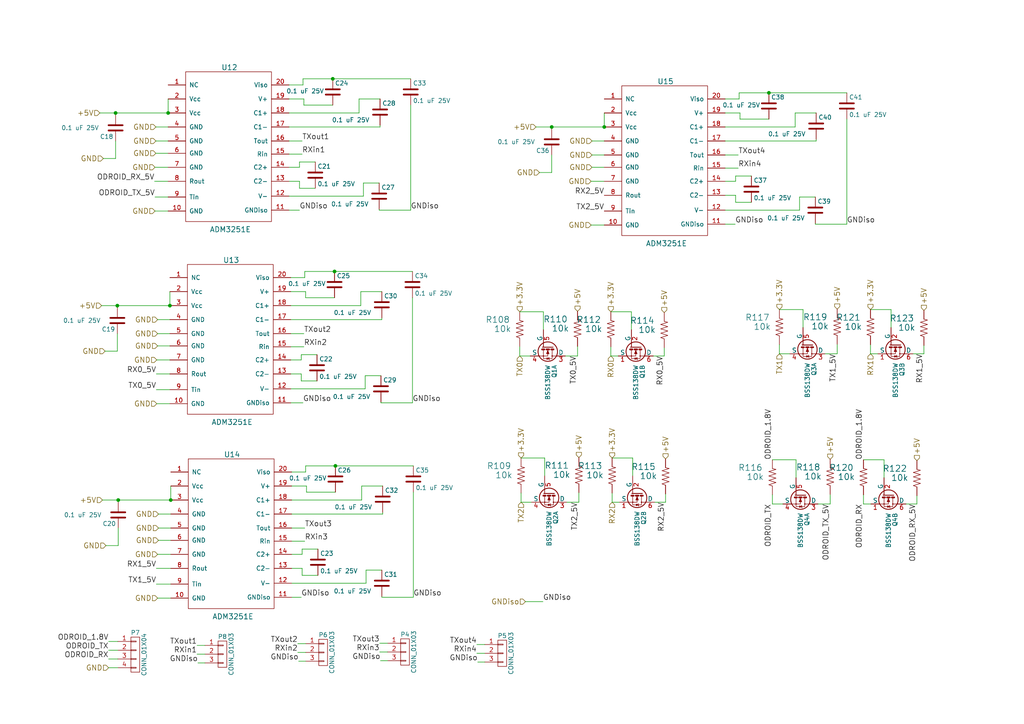
<source format=kicad_sch>
(kicad_sch (version 20230121) (generator eeschema)
  (paper "A4")
  (lib_symbols
    (symbol "SPCInterfaceBoard-v01-rescue:ADM3251E" (pin_names (offset 1.016))
      (property "Reference" "U" (at 0 22.86 0))
      (property "Value" "ADM3251E" (at 0.254 -24.13 0))
      (symbol "ADM3251E_0_1"
        (rectangle (start -12.7 21.59) (end 12.192 -21.844))
      )
      (symbol "ADM3251E_1_1"
        (pin input line (at -17.78 17.78 0) (length 5.08) (name "NC") (number "1"))
        (pin input line (at -17.78 -18.796 0) (length 5.08) (name "GND") (number "10"))
        (pin input line (at 17.272 -18.542 180) (length 5.08) (name "GNDiso") (number "11"))
        (pin input line (at 17.272 -14.478 180) (length 5.08) (name "V-") (number "12"))
        (pin input line (at 17.272 -10.16 180) (length 5.08) (name "C2-") (number "13"))
        (pin input line (at 17.272 -6.096 180) (length 5.08) (name "C2+") (number "14"))
        (pin input line (at 17.272 -2.286 180) (length 5.08) (name "Rin") (number "15"))
        (pin input line (at 17.272 1.524 180) (length 5.08) (name "Tout") (number "16"))
        (pin input line (at 17.272 5.588 180) (length 5.08) (name "C1-") (number "17"))
        (pin input line (at 17.272 9.652 180) (length 5.08) (name "C1+") (number "18"))
        (pin input line (at 17.272 13.716 180) (length 5.08) (name "V+") (number "19"))
        (pin input line (at -17.78 13.716 0) (length 5.08) (name "Vcc") (number "2"))
        (pin input line (at 17.272 17.78 180) (length 5.08) (name "Viso") (number "20"))
        (pin input line (at -17.78 9.652 0) (length 5.08) (name "Vcc") (number "3"))
        (pin input line (at -17.78 5.588 0) (length 5.08) (name "GND") (number "4"))
        (pin input line (at -17.78 1.524 0) (length 5.08) (name "GND") (number "5"))
        (pin input line (at -17.78 -2.032 0) (length 5.08) (name "GND") (number "6"))
        (pin input line (at -17.78 -6.096 0) (length 5.08) (name "GND") (number "7"))
        (pin input line (at -17.78 -10.16 0) (length 5.08) (name "Rout") (number "8"))
        (pin input line (at -17.78 -14.732 0) (length 5.08) (name "Tin") (number "9"))
      )
    )
    (symbol "SPCInterfaceBoard-v01-rescue:BSS138DW" (pin_names (offset 0))
      (property "Reference" "Q" (at 5.08 1.905 0))
      (property "Value" "BSS138DW" (at 5.08 0 0))
      (property "Footprint" "SOT-23" (at 5.08 -1.905 0))
      (property "Datasheet" "http://www.fairchildsemi.com/ds/BS/BSS138.pdf" (at 0 0 0))
      (symbol "BSS138DW_0_1"
        (polyline (pts (xy 0.635 -1.016) (xy 0.635 -1.651)) (stroke (width 0.508)))
        (polyline (pts (xy 0.635 0.381) (xy 0.635 -0.381)) (stroke (width 0.508)))
        (polyline (pts (xy 0.635 1.651) (xy 0.635 1.016)) (stroke (width 0.508)))
        (polyline (pts (xy 3.048 0.381) (xy 2.921 0.254)))
        (polyline (pts (xy 3.048 0.381) (xy 3.556 0.381)))
        (polyline (pts (xy 3.556 0.381) (xy 3.683 0.508)))
        (polyline (pts (xy 0 1.524) (xy 0 -1.524) (xy 0 -1.524)) (stroke (width 0.254)))
        (polyline (pts (xy 0.762 -1.27) (xy 2.54 -1.27) (xy 2.54 -2.54) (xy 2.54 -2.54)))
        (polyline (pts (xy 0.762 1.27) (xy 2.54 1.27) (xy 2.54 2.54) (xy 2.54 2.54)))
        (polyline (pts (xy 2.54 1.27) (xy 3.302 1.27) (xy 3.302 -1.27) (xy 2.54 -1.27)))
        (polyline (pts (xy 3.302 0.381) (xy 3.048 -0.254) (xy 3.556 -0.254) (xy 3.302 0.381)) (fill (type outline)))
        (polyline (pts (xy 0.762 0) (xy 1.27 0) (xy 2.54 0) (xy 2.54 -1.27) (xy 2.54 -1.27)))
        (polyline (pts (xy 0.889 0) (xy 1.905 0.381) (xy 1.905 -0.381) (xy 0.889 0) (xy 1.016 0) (xy 1.016 0)) (fill (type outline)))
        (circle (center 1.27 0) (radius 2.8194) (stroke (width 0.254)))
        (circle (center 2.54 -1.27) (radius 0.127))
        (circle (center 2.54 1.27) (radius 0.127))
      )
      (symbol "BSS138DW_1_1"
        (pin passive line (at 2.54 5.08 270) (length 2.54) (name "D") (number "3"))
        (pin passive line (at 2.54 -5.08 90) (length 2.54) (name "S") (number "4"))
        (pin passive line (at -5.08 -1.27 0) (length 5.08) (name "G") (number "5"))
      )
      (symbol "BSS138DW_2_1"
        (pin passive line (at 2.54 -5.08 90) (length 2.54) (name "S") (number "1"))
        (pin passive line (at -5.08 -1.27 0) (length 5.08) (name "G") (number "2"))
        (pin passive line (at 2.54 5.08 270) (length 2.54) (name "D") (number "6"))
      )
    )
    (symbol "SPCInterfaceBoard-v01-rescue:C" (pin_numbers hide) (pin_names (offset 0.254))
      (property "Reference" "C" (at 0.635 2.54 0))
      (property "Value" "C" (at 0.635 -2.54 0))
      (symbol "C_0_1"
        (polyline (pts (xy -2.032 -0.762) (xy 2.032 -0.762)) (stroke (width 0.508)))
        (polyline (pts (xy -2.032 0.762) (xy 2.032 0.762)) (stroke (width 0.508)))
      )
      (symbol "C_1_1"
        (pin passive line (at 0 3.81 270) (length 2.794) (name "~") (number "1"))
        (pin passive line (at 0 -3.81 90) (length 2.794) (name "~") (number "2"))
      )
    )
    (symbol "SPCInterfaceBoard-v01-rescue:CONN_01X03" (pin_names (offset 1.016) hide)
      (property "Reference" "P" (at 0 5.08 0))
      (property "Value" "CONN_01X03" (at 2.54 0 90))
      (symbol "CONN_01X03_0_1"
        (rectangle (start -1.27 -2.413) (end 0.254 -2.667))
        (rectangle (start -1.27 0.127) (end 0.254 -0.127))
        (rectangle (start -1.27 2.667) (end 0.254 2.413))
        (rectangle (start -1.27 3.81) (end 1.27 -3.81))
      )
      (symbol "CONN_01X03_1_1"
        (pin passive line (at -5.08 2.54 0) (length 3.81) (name "P1") (number "1"))
        (pin passive line (at -5.08 0 0) (length 3.81) (name "P2") (number "2"))
        (pin passive line (at -5.08 -2.54 0) (length 3.81) (name "P3") (number "3"))
      )
    )
    (symbol "SPCInterfaceBoard-v01-rescue:CONN_01X04" (pin_names (offset 1.016) hide)
      (property "Reference" "P" (at 0 6.35 0))
      (property "Value" "CONN_01X04" (at 2.54 0 90))
      (symbol "CONN_01X04_0_1"
        (rectangle (start -1.27 -3.683) (end 0.254 -3.937))
        (rectangle (start -1.27 -1.143) (end 0.254 -1.397))
        (rectangle (start -1.27 1.397) (end 0.254 1.143))
        (rectangle (start -1.27 3.937) (end 0.254 3.683))
        (rectangle (start -1.27 5.08) (end 1.27 -5.08))
      )
      (symbol "CONN_01X04_1_1"
        (pin passive line (at -5.08 3.81 0) (length 3.81) (name "P1") (number "1"))
        (pin passive line (at -5.08 1.27 0) (length 3.81) (name "P2") (number "2"))
        (pin passive line (at -5.08 -1.27 0) (length 3.81) (name "P3") (number "3"))
        (pin passive line (at -5.08 -3.81 0) (length 3.81) (name "P4") (number "4"))
      )
    )
    (symbol "SPCInterfaceBoard-v01-rescue:RESISTOR0805-RES_0805" (pin_names (offset 2.54))
      (property "Reference" "R" (at -3.81 1.4986 0))
      (property "Value" "RESISTOR0805-RES_0805" (at -3.81 -3.302 0))
      (symbol "RESISTOR0805-RES_0805_0_0"
        (polyline (pts (xy -2.54 0) (xy -2.159 1.016)) (stroke (width 0.1524)))
        (polyline (pts (xy -2.159 1.016) (xy -1.524 -1.016)) (stroke (width 0.1524)))
        (polyline (pts (xy -1.524 -1.016) (xy -0.889 1.016)) (stroke (width 0.1524)))
        (polyline (pts (xy -0.889 1.016) (xy -0.254 -1.016)) (stroke (width 0.1524)))
        (polyline (pts (xy -0.254 -1.016) (xy 0.381 1.016)) (stroke (width 0.1524)))
        (polyline (pts (xy 0.381 1.016) (xy 1.016 -1.016)) (stroke (width 0.1524)))
        (polyline (pts (xy 1.016 -1.016) (xy 1.651 1.016)) (stroke (width 0.1524)))
        (polyline (pts (xy 1.651 1.016) (xy 2.286 -1.016)) (stroke (width 0.1524)))
        (polyline (pts (xy 2.286 -1.016) (xy 2.54 0)) (stroke (width 0.1524)))
        (pin passive line (at -5.08 0 0) (length 2.54) (name "1") (number "1"))
        (pin passive line (at 5.08 0 180) (length 2.54) (name "2") (number "2"))
      )
    )
  )
  (junction (at 34.036 88.646))
  (junction (at 97.282 135.128))
  (junction (at 33.528 32.766))
  (junction (at 160.02 36.83))
  (junction (at 34.29 145.034))
  (junction (at 48.768 32.766))
  (junction (at 49.276 88.646))
  (junction (at 96.52 22.86))
  (junction (at 223.012 26.924))
  (junction (at 49.53 145.034))
  (junction (at 175.26 36.83))
  (junction (at 97.028 78.74))
  (wire (pts (xy 192.659 103.251) (xy 192.659 100.838)))
  (wire (pts (xy 110.744 84.582) (xy 104.648 84.582)))
  (wire (pts (xy 154.178 145.669) (xy 151.13 145.669)))
  (wire (pts (xy 96.52 30.48) (xy 88.138 30.48)))
  (wire (pts (xy 163.957 103.251) (xy 167.513 103.251)))
  (wire (pts (xy 84.328 92.71) (xy 110.744 92.71)))
  (wire (pts (xy 105.918 112.776) (xy 105.918 108.966)))
  (wire (pts (xy 252.476 102.616) (xy 252.476 99.949)))
  (wire (pts (xy 175.26 65.278) (xy 171.45 65.278)))
  (wire (pts (xy 34.29 145.034) (xy 34.29 145.542)))
  (wire (pts (xy 88.646 86.36) (xy 88.646 84.582)))
  (wire (pts (xy 230.632 36.83) (xy 210.312 36.83)))
  (wire (pts (xy 34.29 145.034) (xy 49.53 145.034)))
  (wire (pts (xy 88.646 84.582) (xy 84.328 84.582)))
  (wire (pts (xy 88.138 28.702) (xy 83.82 28.702)))
  (wire (pts (xy 160.02 36.83) (xy 175.26 36.83)))
  (wire (pts (xy 230.886 133.35) (xy 224.028 133.35)))
  (wire (pts (xy 189.865 145.669) (xy 193.04 145.669)))
  (wire (pts (xy 214.63 34.544) (xy 214.63 32.766)))
  (wire (pts (xy 258.445 94.996) (xy 258.445 89.789)))
  (wire (pts (xy 83.82 24.638) (xy 87.884 24.638)))
  (wire (pts (xy 213.36 51.054) (xy 217.932 51.054)))
  (wire (pts (xy 104.902 140.97) (xy 104.902 145.034)))
  (wire (pts (xy 57.15 187.198) (xy 59.436 187.198)))
  (wire (pts (xy 157.988 132.842) (xy 151.13 132.842)))
  (wire (pts (xy 236.728 32.766) (xy 230.632 32.766)))
  (wire (pts (xy 45.974 156.718) (xy 49.53 156.718)))
  (wire (pts (xy 210.312 40.894) (xy 236.728 40.894)))
  (wire (pts (xy 88.392 80.518) (xy 88.392 78.74)))
  (wire (pts (xy 87.884 24.638) (xy 87.884 22.86)))
  (wire (pts (xy 105.918 108.966) (xy 110.49 108.966)))
  (wire (pts (xy 57.404 192.278) (xy 59.436 192.278)))
  (wire (pts (xy 110.109 186.563) (xy 112.395 186.563)))
  (wire (pts (xy 84.582 173.228) (xy 87.376 173.228)))
  (wire (pts (xy 110.744 173.228) (xy 110.744 172.974)))
  (wire (pts (xy 97.028 78.74) (xy 119.634 78.74)))
  (wire (pts (xy 164.338 145.669) (xy 167.894 145.669)))
  (wire (pts (xy 57.15 189.738) (xy 59.436 189.738)))
  (wire (pts (xy 31.496 188.595) (xy 34.163 188.595)))
  (wire (pts (xy 87.63 159.258) (xy 92.202 159.258)))
  (wire (pts (xy 227.076 146.177) (xy 224.028 146.177)))
  (wire (pts (xy 262.763 146.177) (xy 265.938 146.177)))
  (wire (pts (xy 34.29 153.162) (xy 34.29 158.242)))
  (wire (pts (xy 110.998 140.97) (xy 104.902 140.97)))
  (wire (pts (xy 157.607 95.631) (xy 157.607 90.424)))
  (wire (pts (xy 152.4 174.498) (xy 157.48 174.498)))
  (wire (pts (xy 119.888 142.748) (xy 119.888 173.228)))
  (wire (pts (xy 138.557 192.024) (xy 140.589 192.024)))
  (wire (pts (xy 210.312 48.768) (xy 214.122 48.768)))
  (wire (pts (xy 87.884 22.86) (xy 96.52 22.86)))
  (wire (pts (xy 45.339 169.418) (xy 49.53 169.418)))
  (wire (pts (xy 83.82 56.896) (xy 105.41 56.896)))
  (wire (pts (xy 175.26 40.894) (xy 171.704 40.894)))
  (wire (pts (xy 150.749 103.251) (xy 150.749 100.584)))
  (wire (pts (xy 84.328 112.776) (xy 105.918 112.776)))
  (wire (pts (xy 34.163 186.055) (xy 31.496 186.055)))
  (wire (pts (xy 83.82 60.96) (xy 86.868 60.96)))
  (wire (pts (xy 88.646 136.906) (xy 88.646 135.128)))
  (wire (pts (xy 119.126 30.48) (xy 119.126 60.96)))
  (wire (pts (xy 45.466 104.394) (xy 49.276 104.394)))
  (wire (pts (xy 177.546 145.669) (xy 177.546 143.002)))
  (wire (pts (xy 97.282 142.748) (xy 88.9 142.748)))
  (wire (pts (xy 213.36 58.674) (xy 217.932 58.674)))
  (wire (pts (xy 86.614 191.77) (xy 88.646 191.77)))
  (wire (pts (xy 110.109 189.103) (xy 112.395 189.103)))
  (wire (pts (xy 210.312 52.578) (xy 213.36 52.578)))
  (wire (pts (xy 105.41 53.086) (xy 109.982 53.086)))
  (wire (pts (xy 193.04 145.669) (xy 193.04 143.256)))
  (wire (pts (xy 29.718 145.034) (xy 34.29 145.034)))
  (wire (pts (xy 84.582 160.782) (xy 87.63 160.782)))
  (wire (pts (xy 110.236 36.83) (xy 110.236 36.322)))
  (wire (pts (xy 240.792 146.177) (xy 240.792 143.383)))
  (wire (pts (xy 34.29 158.242) (xy 30.734 158.242)))
  (wire (pts (xy 87.63 40.894) (xy 83.82 40.894)))
  (wire (pts (xy 179.324 103.251) (xy 177.165 103.251)))
  (wire (pts (xy 119.634 116.84) (xy 110.49 116.84)))
  (wire (pts (xy 33.528 45.974) (xy 29.972 45.974)))
  (wire (pts (xy 189.484 103.251) (xy 192.659 103.251)))
  (wire (pts (xy 106.172 165.354) (xy 110.744 165.354)))
  (wire (pts (xy 231.902 57.15) (xy 236.474 57.15)))
  (wire (pts (xy 157.607 90.424) (xy 150.749 90.424)))
  (wire (pts (xy 86.868 46.99) (xy 91.44 46.99)))
  (wire (pts (xy 175.26 36.83) (xy 175.26 32.766)))
  (wire (pts (xy 84.328 116.84) (xy 87.884 116.84)))
  (wire (pts (xy 237.236 146.177) (xy 240.792 146.177)))
  (wire (pts (xy 106.172 169.164) (xy 106.172 165.354)))
  (wire (pts (xy 34.036 88.646) (xy 49.276 88.646)))
  (wire (pts (xy 160.02 36.83) (xy 160.02 37.338)))
  (wire (pts (xy 183.515 132.842) (xy 177.546 132.842)))
  (wire (pts (xy 31.496 191.135) (xy 34.163 191.135)))
  (wire (pts (xy 236.474 65.024) (xy 236.474 64.77)))
  (wire (pts (xy 49.276 92.71) (xy 45.72 92.71)))
  (wire (pts (xy 87.376 108.458) (xy 87.376 110.49)))
  (wire (pts (xy 210.312 65.024) (xy 213.233 65.024)))
  (wire (pts (xy 28.956 32.766) (xy 33.528 32.766)))
  (wire (pts (xy 87.63 164.846) (xy 87.63 166.878)))
  (wire (pts (xy 230.632 32.766) (xy 230.632 36.83)))
  (wire (pts (xy 87.376 104.394) (xy 87.376 102.87)))
  (wire (pts (xy 210.312 60.96) (xy 231.902 60.96)))
  (wire (pts (xy 254.635 102.616) (xy 252.476 102.616)))
  (wire (pts (xy 83.82 48.514) (xy 86.868 48.514)))
  (wire (pts (xy 242.824 102.616) (xy 242.824 99.822)))
  (wire (pts (xy 183.134 90.424) (xy 177.165 90.424)))
  (wire (pts (xy 151.13 145.669) (xy 151.13 143.002)))
  (wire (pts (xy 226.06 102.616) (xy 226.06 99.949)))
  (wire (pts (xy 213.36 56.642) (xy 213.36 58.674)))
  (wire (pts (xy 88.392 153.162) (xy 84.582 153.162)))
  (wire (pts (xy 31.496 193.675) (xy 34.163 193.675)))
  (wire (pts (xy 88.646 135.128) (xy 97.282 135.128)))
  (wire (pts (xy 104.14 32.766) (xy 83.82 32.766)))
  (wire (pts (xy 86.868 52.578) (xy 86.868 54.61)))
  (wire (pts (xy 265.938 146.177) (xy 265.938 143.764)))
  (wire (pts (xy 236.728 40.894) (xy 236.728 40.386)))
  (wire (pts (xy 119.888 173.228) (xy 110.744 173.228)))
  (wire (pts (xy 109.982 60.96) (xy 109.982 60.706)))
  (wire (pts (xy 167.894 145.669) (xy 167.894 142.875)))
  (wire (pts (xy 171.45 52.578) (xy 175.26 52.578)))
  (wire (pts (xy 210.312 56.642) (xy 213.36 56.642)))
  (wire (pts (xy 84.582 156.972) (xy 88.392 156.972)))
  (wire (pts (xy 110.744 92.71) (xy 110.744 92.202)))
  (wire (pts (xy 48.768 61.214) (xy 44.958 61.214)))
  (wire (pts (xy 45.339 108.458) (xy 49.276 108.458)))
  (wire (pts (xy 87.376 110.49) (xy 91.948 110.49)))
  (wire (pts (xy 48.768 32.766) (xy 48.768 28.702)))
  (wire (pts (xy 138.303 186.944) (xy 140.589 186.944)))
  (wire (pts (xy 119.634 86.36) (xy 119.634 116.84)))
  (wire (pts (xy 45.72 160.782) (xy 49.53 160.782)))
  (wire (pts (xy 86.36 189.23) (xy 88.646 189.23)))
  (wire (pts (xy 86.868 48.514) (xy 86.868 46.99)))
  (wire (pts (xy 110.49 116.84) (xy 110.49 116.586)))
  (wire (pts (xy 224.028 146.177) (xy 224.028 143.51)))
  (wire (pts (xy 157.988 138.049) (xy 157.988 132.842)))
  (wire (pts (xy 183.515 138.049) (xy 183.515 132.842)))
  (wire (pts (xy 105.41 56.896) (xy 105.41 53.086)))
  (wire (pts (xy 84.328 80.518) (xy 88.392 80.518)))
  (wire (pts (xy 45.339 113.03) (xy 49.276 113.03)))
  (wire (pts (xy 88.9 142.748) (xy 88.9 140.97)))
  (wire (pts (xy 44.958 57.15) (xy 48.768 57.15)))
  (wire (pts (xy 86.868 54.61) (xy 91.44 54.61)))
  (wire (pts (xy 44.958 48.514) (xy 48.768 48.514)))
  (wire (pts (xy 214.376 26.924) (xy 223.012 26.924)))
  (wire (pts (xy 49.276 117.094) (xy 45.466 117.094)))
  (wire (pts (xy 49.53 173.482) (xy 45.72 173.482)))
  (wire (pts (xy 97.028 86.36) (xy 88.646 86.36)))
  (wire (pts (xy 84.582 164.846) (xy 87.63 164.846)))
  (wire (pts (xy 153.797 103.251) (xy 150.749 103.251)))
  (wire (pts (xy 45.974 153.162) (xy 49.53 153.162)))
  (wire (pts (xy 34.036 88.646) (xy 34.036 89.154)))
  (wire (pts (xy 104.648 88.646) (xy 84.328 88.646)))
  (wire (pts (xy 88.138 96.774) (xy 84.328 96.774)))
  (wire (pts (xy 110.998 149.098) (xy 110.998 148.59)))
  (wire (pts (xy 96.52 22.86) (xy 119.126 22.86)))
  (wire (pts (xy 34.036 96.774) (xy 34.036 101.854)))
  (wire (pts (xy 229.108 102.616) (xy 226.06 102.616)))
  (wire (pts (xy 83.82 52.578) (xy 86.868 52.578)))
  (wire (pts (xy 110.363 191.643) (xy 112.395 191.643)))
  (wire (pts (xy 87.376 102.87) (xy 91.948 102.87)))
  (wire (pts (xy 87.63 160.782) (xy 87.63 159.258)))
  (wire (pts (xy 223.012 34.544) (xy 214.63 34.544)))
  (wire (pts (xy 214.122 44.958) (xy 210.312 44.958)))
  (wire (pts (xy 167.513 103.251) (xy 167.513 100.457)))
  (wire (pts (xy 83.82 36.83) (xy 110.236 36.83)))
  (wire (pts (xy 48.768 36.83) (xy 45.212 36.83)))
  (wire (pts (xy 223.012 26.924) (xy 245.618 26.924)))
  (wire (pts (xy 183.134 95.631) (xy 183.134 90.424)))
  (wire (pts (xy 119.126 60.96) (xy 109.982 60.96)))
  (wire (pts (xy 239.268 102.616) (xy 242.824 102.616)))
  (wire (pts (xy 250.444 146.177) (xy 250.444 143.51)))
  (wire (pts (xy 33.528 32.766) (xy 33.528 33.274)))
  (wire (pts (xy 33.528 32.766) (xy 48.768 32.766)))
  (wire (pts (xy 245.618 34.544) (xy 245.618 65.024)))
  (wire (pts (xy 231.902 60.96) (xy 231.902 57.15)))
  (wire (pts (xy 256.413 138.557) (xy 256.413 133.35)))
  (wire (pts (xy 87.63 166.878) (xy 92.202 166.878)))
  (wire (pts (xy 155.448 36.83) (xy 160.02 36.83)))
  (wire (pts (xy 45.212 40.894) (xy 48.768 40.894)))
  (wire (pts (xy 29.464 88.646) (xy 34.036 88.646)))
  (wire (pts (xy 104.648 84.582) (xy 104.648 88.646)))
  (wire (pts (xy 110.236 28.702) (xy 104.14 28.702)))
  (wire (pts (xy 88.9 140.97) (xy 84.582 140.97)))
  (wire (pts (xy 84.582 169.164) (xy 106.172 169.164)))
  (wire (pts (xy 171.704 48.514) (xy 175.26 48.514)))
  (wire (pts (xy 213.36 52.578) (xy 213.36 51.054)))
  (wire (pts (xy 232.918 89.789) (xy 226.06 89.789)))
  (wire (pts (xy 49.276 88.646) (xy 49.276 84.582)))
  (wire (pts (xy 160.02 50.038) (xy 156.464 50.038)))
  (wire (pts (xy 45.212 44.45) (xy 48.768 44.45)))
  (wire (pts (xy 258.445 89.789) (xy 252.476 89.789)))
  (wire (pts (xy 267.97 102.616) (xy 267.97 100.203)))
  (wire (pts (xy 232.918 94.996) (xy 232.918 89.789)))
  (wire (pts (xy 245.618 65.024) (xy 236.474 65.024)))
  (wire (pts (xy 45.72 96.774) (xy 49.276 96.774)))
  (wire (pts (xy 84.328 104.394) (xy 87.376 104.394)))
  (wire (pts (xy 230.886 138.557) (xy 230.886 133.35)))
  (wire (pts (xy 49.53 145.034) (xy 49.53 140.97)))
  (wire (pts (xy 84.328 100.584) (xy 88.138 100.584)))
  (wire (pts (xy 83.82 44.704) (xy 87.63 44.704)))
  (wire (pts (xy 104.902 145.034) (xy 84.582 145.034)))
  (wire (pts (xy 34.036 101.854) (xy 30.48 101.854)))
  (wire (pts (xy 256.413 133.35) (xy 250.444 133.35)))
  (wire (pts (xy 88.138 30.48) (xy 88.138 28.702)))
  (wire (pts (xy 138.303 189.484) (xy 140.589 189.484)))
  (wire (pts (xy 84.328 108.458) (xy 87.376 108.458)))
  (wire (pts (xy 104.14 28.702) (xy 104.14 32.766)))
  (wire (pts (xy 214.63 32.766) (xy 210.312 32.766)))
  (wire (pts (xy 49.53 149.098) (xy 45.974 149.098)))
  (wire (pts (xy 252.603 146.177) (xy 250.444 146.177)))
  (wire (pts (xy 45.72 100.33) (xy 49.276 100.33)))
  (wire (pts (xy 210.312 28.702) (xy 214.376 28.702)))
  (wire (pts (xy 45.339 164.846) (xy 49.53 164.846)))
  (wire (pts (xy 86.36 186.69) (xy 88.646 186.69)))
  (wire (pts (xy 179.705 145.669) (xy 177.546 145.669)))
  (wire (pts (xy 160.02 44.958) (xy 160.02 50.038)))
  (wire (pts (xy 44.831 52.578) (xy 48.768 52.578)))
  (wire (pts (xy 177.165 103.251) (xy 177.165 100.584)))
  (wire (pts (xy 84.582 149.098) (xy 110.998 149.098)))
  (wire (pts (xy 264.795 102.616) (xy 267.97 102.616)))
  (wire (pts (xy 97.282 135.128) (xy 119.888 135.128)))
  (wire (pts (xy 214.376 28.702) (xy 214.376 26.924)))
  (wire (pts (xy 33.528 40.894) (xy 33.528 45.974)))
  (wire (pts (xy 84.582 136.906) (xy 88.646 136.906)))
  (wire (pts (xy 88.392 78.74) (xy 97.028 78.74)))
  (wire (pts (xy 171.704 44.958) (xy 175.26 44.958)))
  (label "GNDiso" (at 119.634 116.84 0) (effects (font (size 1.524 1.524))))
  (label "RX1_5V" (at 45.339 164.846 180) (effects (font (size 1.524 1.524))))
  (label "GNDiso" (at 110.363 191.643 180) (effects (font (size 1.524 1.524))))
  (label "ODROID_RX_5V" (at 44.831 52.578 180) (effects (font (size 1.524 1.524))))
  (label "GNDiso" (at 86.868 60.96 0) (effects (font (size 1.524 1.524))))
  (label "RXin1" (at 87.63 44.704 0) (effects (font (size 1.524 1.524))))
  (label "RX0_5V" (at 192.659 103.251 270) (effects (font (size 1.524 1.524))))
  (label "GNDiso" (at 86.614 191.77 180) (effects (font (size 1.524 1.524))))
  (label "GNDiso" (at 87.376 173.228 0) (effects (font (size 1.524 1.524))))
  (label "ODROID_TX_5V" (at 44.958 57.15 180) (effects (font (size 1.524 1.524))))
  (label "TXout4" (at 214.122 44.958 0) (effects (font (size 1.524 1.524))))
  (label "TX1_5V" (at 242.824 102.616 270) (effects (font (size 1.524 1.524))))
  (label "ODROID_RX" (at 31.496 191.135 180) (effects (font (size 1.524 1.524))))
  (label "RX1_5V" (at 267.97 102.616 270) (effects (font (size 1.524 1.524))))
  (label "GNDiso" (at 138.557 192.024 180) (effects (font (size 1.524 1.524))))
  (label "ODROID_1.8V" (at 250.444 133.35 90) (effects (font (size 1.524 1.524))))
  (label "TXout3" (at 88.392 153.162 0) (effects (font (size 1.524 1.524))))
  (label "GNDiso" (at 245.618 65.024 0) (effects (font (size 1.524 1.524))))
  (label "TXout1" (at 57.15 187.198 180) (effects (font (size 1.524 1.524))))
  (label "TX0_5V" (at 45.339 113.03 180) (effects (font (size 1.524 1.524))))
  (label "RXin2" (at 88.138 100.584 0) (effects (font (size 1.524 1.524))))
  (label "TXout2" (at 88.138 96.774 0) (effects (font (size 1.524 1.524))))
  (label "RXin1" (at 57.15 189.738 180) (effects (font (size 1.524 1.524))))
  (label "TX1_5V" (at 45.339 169.418 180) (effects (font (size 1.524 1.524))))
  (label "TXout4" (at 138.303 186.944 180) (effects (font (size 1.524 1.524))))
  (label "TXout3" (at 110.109 186.563 180) (effects (font (size 1.524 1.524))))
  (label "ODROID_RX_5V" (at 265.938 146.177 270) (effects (font (size 1.524 1.524))))
  (label "TX2_5V" (at 175.26 61.214 180) (effects (font (size 1.524 1.524))))
  (label "RX2_5V" (at 193.04 145.669 270) (effects (font (size 1.524 1.524))))
  (label "ODROID_1.8V" (at 224.028 133.35 90) (effects (font (size 1.524 1.524))))
  (label "ODROID_1.8V" (at 31.496 186.055 180) (effects (font (size 1.524 1.524))))
  (label "GNDiso" (at 213.233 65.024 0) (effects (font (size 1.524 1.524))))
  (label "RXin4" (at 214.122 48.768 0) (effects (font (size 1.524 1.524))))
  (label "GNDiso" (at 119.126 60.96 0) (effects (font (size 1.524 1.524))))
  (label "ODROID_TX" (at 31.496 188.595 180) (effects (font (size 1.524 1.524))))
  (label "GNDiso" (at 157.48 174.498 0) (effects (font (size 1.524 1.524))))
  (label "ODROID_RX" (at 250.444 146.177 270) (effects (font (size 1.524 1.524))))
  (label "TX0_5V" (at 167.513 103.251 270) (effects (font (size 1.524 1.524))))
  (label "RXin4" (at 138.303 189.484 180) (effects (font (size 1.524 1.524))))
  (label "RXin3" (at 88.392 156.972 0) (effects (font (size 1.524 1.524))))
  (label "TXout1" (at 87.63 40.894 0) (effects (font (size 1.524 1.524))))
  (label "RX2_5V" (at 175.26 56.642 180) (effects (font (size 1.524 1.524))))
  (label "GNDiso" (at 87.884 116.84 0) (effects (font (size 1.524 1.524))))
  (label "RX0_5V" (at 45.339 108.458 180) (effects (font (size 1.524 1.524))))
  (label "ODROID_TX" (at 224.028 146.177 270) (effects (font (size 1.524 1.524))))
  (label "ODROID_TX_5V" (at 240.792 146.177 270) (effects (font (size 1.524 1.524))))
  (label "TX2_5V" (at 167.894 145.669 270) (effects (font (size 1.524 1.524))))
  (label "RXin3" (at 110.109 189.103 180) (effects (font (size 1.524 1.524))))
  (label "GNDiso" (at 57.404 192.278 180) (effects (font (size 1.524 1.524))))
  (label "TXout2" (at 86.36 186.69 180) (effects (font (size 1.524 1.524))))
  (label "RXin2" (at 86.36 189.23 180) (effects (font (size 1.524 1.524))))
  (label "GNDiso" (at 119.888 173.228 0) (effects (font (size 1.524 1.524))))
  (hierarchical_label "GND" (shape input) (at 45.974 156.718 180) (effects (font (size 1.524 1.524))))
  (hierarchical_label "TX1" (shape input) (at 226.06 102.616 270) (effects (font (size 1.524 1.524))))
  (hierarchical_label "GND" (shape input) (at 45.72 160.782 180) (effects (font (size 1.524 1.524))))
  (hierarchical_label "+5V" (shape input) (at 192.659 90.678 90) (effects (font (size 1.524 1.524))))
  (hierarchical_label "GND" (shape input) (at 45.212 44.45 180) (effects (font (size 1.524 1.524))))
  (hierarchical_label "GND" (shape input) (at 171.45 65.278 180) (effects (font (size 1.524 1.524))))
  (hierarchical_label "GND" (shape input) (at 30.734 158.242 180) (effects (font (size 1.524 1.524))))
  (hierarchical_label "GND" (shape input) (at 171.704 40.894 180) (effects (font (size 1.524 1.524))))
  (hierarchical_label "RX0" (shape input) (at 177.165 103.251 270) (effects (font (size 1.524 1.524))))
  (hierarchical_label "RX2" (shape input) (at 177.546 145.669 270) (effects (font (size 1.524 1.524))))
  (hierarchical_label "+5V" (shape input) (at 193.04 133.096 90) (effects (font (size 1.524 1.524))))
  (hierarchical_label "+3.3V" (shape input) (at 177.546 132.842 90) (effects (font (size 1.524 1.524))))
  (hierarchical_label "GND" (shape input) (at 45.72 92.71 180) (effects (font (size 1.524 1.524))))
  (hierarchical_label "GND" (shape input) (at 45.974 149.098 180) (effects (font (size 1.524 1.524))))
  (hierarchical_label "GND" (shape input) (at 171.704 44.958 180) (effects (font (size 1.524 1.524))))
  (hierarchical_label "+3.3V" (shape input) (at 150.749 90.424 90) (effects (font (size 1.524 1.524))))
  (hierarchical_label "+3.3V" (shape input) (at 252.476 89.789 90) (effects (font (size 1.524 1.524))))
  (hierarchical_label "GND" (shape input) (at 45.72 96.774 180) (effects (font (size 1.524 1.524))))
  (hierarchical_label "+3.3V" (shape input) (at 151.13 132.842 90) (effects (font (size 1.524 1.524))))
  (hierarchical_label "+5V" (shape input) (at 167.513 90.297 90) (effects (font (size 1.524 1.524))))
  (hierarchical_label "+5V" (shape input) (at 265.938 133.604 90) (effects (font (size 1.524 1.524))))
  (hierarchical_label "GND" (shape input) (at 45.72 173.482 180) (effects (font (size 1.524 1.524))))
  (hierarchical_label "GND" (shape input) (at 45.212 36.83 180) (effects (font (size 1.524 1.524))))
  (hierarchical_label "+3.3V" (shape input) (at 177.165 90.424 90) (effects (font (size 1.524 1.524))))
  (hierarchical_label "GND" (shape input) (at 29.972 45.974 180) (effects (font (size 1.524 1.524))))
  (hierarchical_label "GND" (shape input) (at 171.704 48.514 180) (effects (font (size 1.524 1.524))))
  (hierarchical_label "GND" (shape input) (at 171.45 52.578 180) (effects (font (size 1.524 1.524))))
  (hierarchical_label "TX0" (shape input) (at 150.749 103.251 270) (effects (font (size 1.524 1.524))))
  (hierarchical_label "+5V" (shape input) (at 155.448 36.83 180) (effects (font (size 1.524 1.524))))
  (hierarchical_label "+5V" (shape input) (at 267.97 90.043 90) (effects (font (size 1.524 1.524))))
  (hierarchical_label "+5V" (shape input) (at 29.464 88.646 180) (effects (font (size 1.524 1.524))))
  (hierarchical_label "GND" (shape input) (at 45.212 40.894 180) (effects (font (size 1.524 1.524))))
  (hierarchical_label "GND" (shape input) (at 156.464 50.038 180) (effects (font (size 1.524 1.524))))
  (hierarchical_label "+5V" (shape input) (at 242.824 89.662 90) (effects (font (size 1.524 1.524))))
  (hierarchical_label "GND" (shape input) (at 44.958 48.514 180) (effects (font (size 1.524 1.524))))
  (hierarchical_label "GND" (shape input) (at 45.466 117.094 180) (effects (font (size 1.524 1.524))))
  (hierarchical_label "GND" (shape input) (at 45.466 104.394 180) (effects (font (size 1.524 1.524))))
  (hierarchical_label "GND" (shape input) (at 45.72 100.33 180) (effects (font (size 1.524 1.524))))
  (hierarchical_label "GND" (shape input) (at 45.974 153.162 180) (effects (font (size 1.524 1.524))))
  (hierarchical_label "+5V" (shape input) (at 167.894 132.715 90) (effects (font (size 1.524 1.524))))
  (hierarchical_label "+5V" (shape input) (at 29.718 145.034 180) (effects (font (size 1.524 1.524))))
  (hierarchical_label "+5V" (shape input) (at 240.792 133.223 90) (effects (font (size 1.524 1.524))))
  (hierarchical_label "TX2" (shape input) (at 151.13 145.669 270) (effects (font (size 1.524 1.524))))
  (hierarchical_label "+5V" (shape input) (at 28.956 32.766 180) (effects (font (size 1.524 1.524))))
  (hierarchical_label "GNDiso" (shape input) (at 152.4 174.498 180) (effects (font (size 1.524 1.524))))
  (hierarchical_label "+3.3V" (shape input) (at 226.06 89.789 90) (effects (font (size 1.524 1.524))))
  (hierarchical_label "GND" (shape input) (at 30.48 101.854 180) (effects (font (size 1.524 1.524))))
  (hierarchical_label "GND" (shape input) (at 44.958 61.214 180) (effects (font (size 1.524 1.524))))
  (hierarchical_label "GND" (shape input) (at 31.496 193.675 180) (effects (font (size 1.524 1.524))))
  (hierarchical_label "RX1" (shape input) (at 252.476 102.616 270) (effects (font (size 1.524 1.524))))
  (symbol (lib_id "SPCInterfaceBoard-v01-rescue:ADM3251E") (at 66.548 42.418 0) (unit 1)
    (property "Reference" "U12" (at 66.548 19.558 0) (effects (font (size 1.524 1.524))))
    (property "Value" "ADM3251E" (at 66.802 66.548 0) (effects (font (size 1.524 1.524))))
    (property "Footprint" "Housings_SOIC:SOIC-20_7.5x12.8mm_Pitch1.27mm" (effects hide))
  )
  (symbol (lib_id "SPCInterfaceBoard-v01-rescue:C") (at 96.52 26.67 0) (unit 1)
    (property "Reference" "C24" (at 97.155 24.13 0) (effects (justify left)))
    (property "Value" "0.1 uF 25V" (at 83.058 26.416 0) (effects (justify left)))
    (property "Footprint" "SPCInterfaceBoard-SPCPWSSC:c_0603" (effects hide))
    (property "Datasheet" "http://www.digikey.com/product-detail/en/GRM188R71E104KA01D/490-1524-1-ND/587865" (effects hide))
  )
  (symbol (lib_id "SPCInterfaceBoard-v01-rescue:C") (at 110.236 32.512 0) (unit 1)
    (property "Reference" "C28" (at 110.871 29.972 0) (effects (justify left)))
    (property "Value" "0.1 uF 25V" (at 96.266 34.798 0) (effects (justify left)))
    (property "Footprint" "SPCInterfaceBoard-SPCPWSSC:c_0603" (effects hide))
    (property "Datasheet" "http://www.digikey.com/product-detail/en/GRM188R71E104KA01D/490-1524-1-ND/587865" (effects hide))
  )
  (symbol (lib_id "SPCInterfaceBoard-v01-rescue:C") (at 91.44 50.8 0) (unit 1)
    (property "Reference" "C21" (at 92.075 48.26 0) (effects (justify left)))
    (property "Value" "0.1 uF 25V" (at 92.075 53.34 0) (effects (justify left)))
    (property "Footprint" "SPCInterfaceBoard-SPCPWSSC:c_0603" (effects hide))
    (property "Datasheet" "http://www.digikey.com/product-detail/en/GRM188R71E104KA01D/490-1524-1-ND/587865" (effects hide))
  )
  (symbol (lib_id "SPCInterfaceBoard-v01-rescue:C") (at 119.126 26.67 0) (unit 1)
    (property "Reference" "C33" (at 119.761 24.13 0) (effects (justify left)))
    (property "Value" "0.1 uF 25V" (at 119.761 29.21 0) (effects (justify left)))
    (property "Footprint" "SPCInterfaceBoard-SPCPWSSC:c_0603" (effects hide))
    (property "Datasheet" "http://www.digikey.com/product-detail/en/GRM188R71E104KA01D/490-1524-1-ND/587865" (effects hide))
  )
  (symbol (lib_id "SPCInterfaceBoard-v01-rescue:C") (at 109.982 56.896 0) (unit 1)
    (property "Reference" "C27" (at 110.617 54.356 0) (effects (justify left)))
    (property "Value" "0.1 uF 25V" (at 96.012 59.182 0) (effects (justify left)))
    (property "Footprint" "SPCInterfaceBoard-SPCPWSSC:c_0603" (effects hide))
    (property "Datasheet" "http://www.digikey.com/product-detail/en/GRM188R71E104KA01D/490-1524-1-ND/587865" (effects hide))
  )
  (symbol (lib_id "SPCInterfaceBoard-v01-rescue:C") (at 33.528 37.084 180) (unit 1)
    (property "Reference" "C18" (at 32.893 39.624 0) (effects (justify left)))
    (property "Value" "0.1 uF 25V" (at 28.702 37.084 0) (effects (justify left)))
    (property "Footprint" "SPCInterfaceBoard-SPCPWSSC:c_0603" (effects hide))
    (property "Datasheet" "http://www.digikey.com/product-detail/en/GRM188R71E104KA01D/490-1524-1-ND/587865" (effects hide))
  )
  (symbol (lib_id "SPCInterfaceBoard-v01-rescue:ADM3251E") (at 67.056 98.298 0) (unit 1)
    (property "Reference" "U13" (at 67.056 75.438 0) (effects (font (size 1.524 1.524))))
    (property "Value" "ADM3251E" (at 67.31 122.428 0) (effects (font (size 1.524 1.524))))
    (property "Footprint" "Housings_SOIC:SOIC-20_7.5x12.8mm_Pitch1.27mm" (effects hide))
  )
  (symbol (lib_id "SPCInterfaceBoard-v01-rescue:C") (at 97.028 82.55 0) (unit 1)
    (property "Reference" "C25" (at 97.663 80.01 0) (effects (justify left)))
    (property "Value" "0.1 uF 25V" (at 83.566 82.296 0) (effects (justify left)))
    (property "Footprint" "SPCInterfaceBoard-SPCPWSSC:c_0603" (effects hide))
    (property "Datasheet" "http://www.digikey.com/product-detail/en/GRM188R71E104KA01D/490-1524-1-ND/587865" (effects hide))
  )
  (symbol (lib_id "SPCInterfaceBoard-v01-rescue:C") (at 110.744 88.392 0) (unit 1)
    (property "Reference" "C30" (at 111.379 85.852 0) (effects (justify left)))
    (property "Value" "0.1 uF 25V" (at 96.774 90.678 0) (effects (justify left)))
    (property "Footprint" "SPCInterfaceBoard-SPCPWSSC:c_0603" (effects hide))
    (property "Datasheet" "http://www.digikey.com/product-detail/en/GRM188R71E104KA01D/490-1524-1-ND/587865" (effects hide))
  )
  (symbol (lib_id "SPCInterfaceBoard-v01-rescue:C") (at 91.948 106.68 0) (unit 1)
    (property "Reference" "C22" (at 92.583 104.14 0) (effects (justify left)))
    (property "Value" "0.1 uF 25V" (at 92.583 109.22 0) (effects (justify left)))
    (property "Footprint" "SPCInterfaceBoard-SPCPWSSC:c_0603" (effects hide))
    (property "Datasheet" "http://www.digikey.com/product-detail/en/GRM188R71E104KA01D/490-1524-1-ND/587865" (effects hide))
  )
  (symbol (lib_id "SPCInterfaceBoard-v01-rescue:C") (at 119.634 82.55 0) (unit 1)
    (property "Reference" "C34" (at 120.269 80.01 0) (effects (justify left)))
    (property "Value" "0.1 uF 25V" (at 120.269 85.09 0) (effects (justify left)))
    (property "Footprint" "SPCInterfaceBoard-SPCPWSSC:c_0603" (effects hide))
    (property "Datasheet" "http://www.digikey.com/product-detail/en/GRM188R71E104KA01D/490-1524-1-ND/587865" (effects hide))
  )
  (symbol (lib_id "SPCInterfaceBoard-v01-rescue:C") (at 110.49 112.776 0) (unit 1)
    (property "Reference" "C29" (at 111.125 110.236 0) (effects (justify left)))
    (property "Value" "0.1 uF 25V" (at 96.52 115.062 0) (effects (justify left)))
    (property "Footprint" "SPCInterfaceBoard-SPCPWSSC:c_0603" (effects hide))
    (property "Datasheet" "http://www.digikey.com/product-detail/en/GRM188R71E104KA01D/490-1524-1-ND/587865" (effects hide))
  )
  (symbol (lib_id "SPCInterfaceBoard-v01-rescue:C") (at 34.036 92.964 180) (unit 1)
    (property "Reference" "C19" (at 33.401 95.504 0) (effects (justify left)))
    (property "Value" "0.1 uF 25V" (at 29.21 92.964 0) (effects (justify left)))
    (property "Footprint" "SPCInterfaceBoard-SPCPWSSC:c_0603" (effects hide))
    (property "Datasheet" "http://www.digikey.com/product-detail/en/GRM188R71E104KA01D/490-1524-1-ND/587865" (effects hide))
  )
  (symbol (lib_id "SPCInterfaceBoard-v01-rescue:ADM3251E") (at 67.31 154.686 0) (unit 1)
    (property "Reference" "U14" (at 67.31 131.826 0) (effects (font (size 1.524 1.524))))
    (property "Value" "ADM3251E" (at 67.564 178.816 0) (effects (font (size 1.524 1.524))))
    (property "Footprint" "Housings_SOIC:SOIC-20_7.5x12.8mm_Pitch1.27mm" (effects hide))
  )
  (symbol (lib_id "SPCInterfaceBoard-v01-rescue:C") (at 97.282 138.938 0) (unit 1)
    (property "Reference" "C26" (at 97.917 136.398 0) (effects (justify left)))
    (property "Value" "0.1 uF 25V" (at 83.82 138.684 0) (effects (justify left)))
    (property "Footprint" "SPCInterfaceBoard-SPCPWSSC:c_0603" (effects hide))
    (property "Datasheet" "http://www.digikey.com/product-detail/en/GRM188R71E104KA01D/490-1524-1-ND/587865" (effects hide))
  )
  (symbol (lib_id "SPCInterfaceBoard-v01-rescue:C") (at 110.998 144.78 0) (unit 1)
    (property "Reference" "C32" (at 111.633 142.24 0) (effects (justify left)))
    (property "Value" "0.1 uF 25V" (at 97.028 147.066 0) (effects (justify left)))
    (property "Footprint" "SPCInterfaceBoard-SPCPWSSC:c_0603" (effects hide))
    (property "Datasheet" "http://www.digikey.com/product-detail/en/GRM188R71E104KA01D/490-1524-1-ND/587865" (effects hide))
  )
  (symbol (lib_id "SPCInterfaceBoard-v01-rescue:C") (at 92.202 163.068 0) (unit 1)
    (property "Reference" "C23" (at 92.837 160.528 0) (effects (justify left)))
    (property "Value" "0.1 uF 25V" (at 92.837 165.608 0) (effects (justify left)))
    (property "Footprint" "SPCInterfaceBoard-SPCPWSSC:c_0603" (effects hide))
    (property "Datasheet" "http://www.digikey.com/product-detail/en/GRM188R71E104KA01D/490-1524-1-ND/587865" (effects hide))
  )
  (symbol (lib_id "SPCInterfaceBoard-v01-rescue:C") (at 119.888 138.938 0) (unit 1)
    (property "Reference" "C35" (at 120.523 136.398 0) (effects (justify left)))
    (property "Value" "0.1 uF 25V" (at 120.523 141.478 0) (effects (justify left)))
    (property "Footprint" "SPCInterfaceBoard-SPCPWSSC:c_0603" (effects hide))
    (property "Datasheet" "http://www.digikey.com/product-detail/en/GRM188R71E104KA01D/490-1524-1-ND/587865" (effects hide))
  )
  (symbol (lib_id "SPCInterfaceBoard-v01-rescue:C") (at 110.744 169.164 0) (unit 1)
    (property "Reference" "C31" (at 111.379 166.624 0) (effects (justify left)))
    (property "Value" "0.1 uF 25V" (at 96.774 171.45 0) (effects (justify left)))
    (property "Footprint" "SPCInterfaceBoard-SPCPWSSC:c_0603" (effects hide))
    (property "Datasheet" "http://www.digikey.com/product-detail/en/GRM188R71E104KA01D/490-1524-1-ND/587865" (effects hide))
  )
  (symbol (lib_id "SPCInterfaceBoard-v01-rescue:C") (at 34.29 149.352 180) (unit 1)
    (property "Reference" "C20" (at 33.655 151.892 0) (effects (justify left)))
    (property "Value" "0.1 uF 25V" (at 29.464 149.352 0) (effects (justify left)))
    (property "Footprint" "SPCInterfaceBoard-SPCPWSSC:c_0603" (effects hide))
    (property "Datasheet" "http://www.digikey.com/product-detail/en/GRM188R71E104KA01D/490-1524-1-ND/587865" (effects hide))
  )
  (symbol (lib_id "SPCInterfaceBoard-v01-rescue:ADM3251E") (at 193.04 46.482 0) (unit 1)
    (property "Reference" "U15" (at 193.04 23.622 0) (effects (font (size 1.524 1.524))))
    (property "Value" "ADM3251E" (at 193.294 70.612 0) (effects (font (size 1.524 1.524))))
    (property "Footprint" "Housings_SOIC:SOIC-20_7.5x12.8mm_Pitch1.27mm" (effects hide))
  )
  (symbol (lib_id "SPCInterfaceBoard-v01-rescue:C") (at 223.012 30.734 0) (unit 1)
    (property "Reference" "C38" (at 223.647 28.194 0) (effects (justify left)))
    (property "Value" "0.1 uF 25V" (at 209.55 30.48 0) (effects (justify left)))
    (property "Footprint" "SPCInterfaceBoard-SPCPWSSC:c_0603" (effects hide))
    (property "Datasheet" "http://www.digikey.com/product-detail/en/GRM188R71E104KA01D/490-1524-1-ND/587865" (effects hide))
  )
  (symbol (lib_id "SPCInterfaceBoard-v01-rescue:C") (at 236.728 36.576 0) (unit 1)
    (property "Reference" "C40" (at 237.363 34.036 0) (effects (justify left)))
    (property "Value" "0.1 uF 25V" (at 222.758 38.862 0) (effects (justify left)))
    (property "Footprint" "SPCInterfaceBoard-SPCPWSSC:c_0603" (effects hide))
    (property "Datasheet" "http://www.digikey.com/product-detail/en/GRM188R71E104KA01D/490-1524-1-ND/587865" (effects hide))
  )
  (symbol (lib_id "SPCInterfaceBoard-v01-rescue:C") (at 217.932 54.864 0) (unit 1)
    (property "Reference" "C37" (at 218.567 52.324 0) (effects (justify left)))
    (property "Value" "0.1 uF 25V" (at 218.567 57.404 0) (effects (justify left)))
    (property "Footprint" "SPCInterfaceBoard-SPCPWSSC:c_0603" (effects hide))
    (property "Datasheet" "http://www.digikey.com/product-detail/en/GRM188R71E104KA01D/490-1524-1-ND/587865" (effects hide))
  )
  (symbol (lib_id "SPCInterfaceBoard-v01-rescue:C") (at 245.618 30.734 0) (unit 1)
    (property "Reference" "C41" (at 246.253 28.194 0) (effects (justify left)))
    (property "Value" "0.1 uF 25V" (at 246.253 33.274 0) (effects (justify left)))
    (property "Footprint" "SPCInterfaceBoard-SPCPWSSC:c_0603" (effects hide))
    (property "Datasheet" "http://www.digikey.com/product-detail/en/GRM188R71E104KA01D/490-1524-1-ND/587865" (effects hide))
  )
  (symbol (lib_id "SPCInterfaceBoard-v01-rescue:C") (at 236.474 60.96 0) (unit 1)
    (property "Reference" "C39" (at 237.109 58.42 0) (effects (justify left)))
    (property "Value" "0.1 uF 25V" (at 222.504 63.246 0) (effects (justify left)))
    (property "Footprint" "SPCInterfaceBoard-SPCPWSSC:c_0603" (effects hide))
    (property "Datasheet" "http://www.digikey.com/product-detail/en/GRM188R71E104KA01D/490-1524-1-ND/587865" (effects hide))
  )
  (symbol (lib_id "SPCInterfaceBoard-v01-rescue:C") (at 160.02 41.148 180) (unit 1)
    (property "Reference" "C36" (at 159.385 43.688 0) (effects (justify left)))
    (property "Value" "0.1 uF 25V" (at 155.194 41.148 0) (effects (justify left)))
    (property "Footprint" "SPCInterfaceBoard-SPCPWSSC:c_0603" (effects hide))
    (property "Datasheet" "http://www.digikey.com/product-detail/en/GRM188R71E104KA01D/490-1524-1-ND/587865" (effects hide))
  )
  (symbol (lib_id "SPCInterfaceBoard-v01-rescue:CONN_01X03") (at 64.516 189.738 0) (unit 1)
    (property "Reference" "P8" (at 64.516 184.658 0))
    (property "Value" "CONN_01X03" (at 67.056 189.738 90))
    (property "Footprint" "w_conn_mpt:mpt_0,5%2f3-2,54" (effects hide))
  )
  (symbol (lib_id "SPCInterfaceBoard-v01-rescue:CONN_01X03") (at 93.726 189.23 0) (unit 1)
    (property "Reference" "P6" (at 93.726 184.15 0))
    (property "Value" "CONN_01X03" (at 96.266 189.23 90))
    (property "Footprint" "w_conn_mpt:mpt_0,5%2f3-2,54" (effects hide))
  )
  (symbol (lib_id "SPCInterfaceBoard-v01-rescue:CONN_01X03") (at 117.475 189.103 0) (unit 1)
    (property "Reference" "P4" (at 117.475 184.023 0))
    (property "Value" "CONN_01X03" (at 120.015 189.103 90))
    (property "Footprint" "w_conn_mpt:mpt_0,5%2f3-2,54" (effects hide))
  )
  (symbol (lib_id "SPCInterfaceBoard-v01-rescue:CONN_01X03") (at 145.669 189.484 0) (unit 1)
    (property "Reference" "P5" (at 145.669 184.404 0))
    (property "Value" "CONN_01X03" (at 148.209 189.484 90))
    (property "Footprint" "w_conn_mpt:mpt_0,5%2f3-2,54" (effects hide))
  )
  (symbol (lib_id "SPCInterfaceBoard-v01-rescue:CONN_01X04") (at 39.243 189.865 0) (unit 1)
    (property "Reference" "P7" (at 39.243 183.515 0))
    (property "Value" "CONN_01X04" (at 41.783 189.865 90))
    (property "Footprint" "w_conn_mpt:mpt_0,5%2f4-2,54" (effects hide))
  )
  (symbol (lib_id "SPCInterfaceBoard-v01-rescue:BSS138DW") (at 234.188 100.076 270) (unit 1)
    (property "Reference" "Q3" (at 236.093 105.156 0) (effects (justify left)))
    (property "Value" "BSS138DW" (at 234.188 105.156 0) (effects (justify left)))
    (property "Footprint" "kicad-libraries-master:SOT363" (effects hide))
  )
  (symbol (lib_id "SPCInterfaceBoard-v01-rescue:BSS138DW") (at 232.156 143.637 270) (unit 1)
    (property "Reference" "Q4" (at 234.061 148.717 0) (effects (justify left)))
    (property "Value" "BSS138DW" (at 232.156 148.717 0) (effects (justify left)))
    (property "Footprint" "kicad-libraries-master:SOT363" (effects hide))
  )
  (symbol (lib_id "SPCInterfaceBoard-v01-rescue:RESISTOR0805-RES_0805") (at 250.444 138.43 90) (unit 1)
    (property "Reference" "R120" (at 247.65 135.636 90) (effects (font (size 1.778 1.778)) (justify left)))
    (property "Value" "10k" (at 248.031 138.303 90) (effects (font (size 1.778 1.778)) (justify left)))
    (property "Footprint" "SPCInterfaceBoard-SPCPWSSC:r_0603" (effects hide))
    (property "Datasheet" "http://www.digikey.com/product-detail/en/ERA-3AEB103V/P10KDBCT-ND/1466076" (effects hide))
  )
  (symbol (lib_id "SPCInterfaceBoard-v01-rescue:RESISTOR0805-RES_0805") (at 265.938 138.684 90) (unit 1)
    (property "Reference" "R122" (at 263.144 135.89 90) (effects (font (size 1.778 1.778)) (justify left)))
    (property "Value" "10k" (at 263.525 138.557 90) (effects (font (size 1.778 1.778)) (justify left)))
    (property "Footprint" "SPCInterfaceBoard-SPCPWSSC:r_0603" (effects hide))
    (property "Datasheet" "http://www.digikey.com/product-detail/en/ERA-3AEB103V/P10KDBCT-ND/1466076" (effects hide))
  )
  (symbol (lib_id "SPCInterfaceBoard-v01-rescue:RESISTOR0805-RES_0805") (at 240.792 138.303 90) (unit 1)
    (property "Reference" "R118" (at 237.998 135.509 90) (effects (font (size 1.778 1.778)) (justify left)))
    (property "Value" "10k" (at 238.379 138.176 90) (effects (font (size 1.778 1.778)) (justify left)))
    (property "Footprint" "SPCInterfaceBoard-SPCPWSSC:r_0603" (effects hide))
    (property "Datasheet" "http://www.digikey.com/product-detail/en/ERA-3AEB103V/P10KDBCT-ND/1466076" (effects hide))
  )
  (symbol (lib_id "SPCInterfaceBoard-v01-rescue:RESISTOR0805-RES_0805") (at 224.028 138.43 90) (unit 1)
    (property "Reference" "R116" (at 221.234 135.636 90) (effects (font (size 1.778 1.778)) (justify left)))
    (property "Value" "10k" (at 221.615 138.303 90) (effects (font (size 1.778 1.778)) (justify left)))
    (property "Footprint" "SPCInterfaceBoard-SPCPWSSC:r_0603" (effects hide))
    (property "Datasheet" "http://www.digikey.com/product-detail/en/ERA-3AEB103V/P10KDBCT-ND/1466076" (effects hide))
  )
  (symbol (lib_id "SPCInterfaceBoard-v01-rescue:BSS138DW") (at 158.877 100.711 270) (unit 1)
    (property "Reference" "Q1" (at 160.782 105.791 0) (effects (justify left)))
    (property "Value" "BSS138DW" (at 158.877 105.791 0) (effects (justify left)))
    (property "Footprint" "kicad-libraries-master:SOT363" (effects hide))
  )
  (symbol (lib_id "SPCInterfaceBoard-v01-rescue:BSS138DW") (at 159.258 143.129 270) (unit 1)
    (property "Reference" "Q2" (at 161.163 148.209 0) (effects (justify left)))
    (property "Value" "BSS138DW" (at 159.258 148.209 0) (effects (justify left)))
    (property "Footprint" "kicad-libraries-master:SOT363" (effects hide))
  )
  (symbol (lib_id "SPCInterfaceBoard-v01-rescue:RESISTOR0805-RES_0805") (at 177.165 95.504 90) (unit 1)
    (property "Reference" "R112" (at 174.371 92.71 90) (effects (font (size 1.778 1.778)) (justify left)))
    (property "Value" "10k" (at 174.752 95.377 90) (effects (font (size 1.778 1.778)) (justify left)))
    (property "Footprint" "SPCInterfaceBoard-SPCPWSSC:r_0603" (effects hide))
    (property "Datasheet" "http://www.digikey.com/product-detail/en/ERA-3AEB103V/P10KDBCT-ND/1466076" (effects hide))
  )
  (symbol (lib_id "SPCInterfaceBoard-v01-rescue:RESISTOR0805-RES_0805") (at 192.659 95.758 90) (unit 1)
    (property "Reference" "R114" (at 189.865 92.964 90) (effects (font (size 1.778 1.778)) (justify left)))
    (property "Value" "10k" (at 190.246 95.631 90) (effects (font (size 1.778 1.778)) (justify left)))
    (property "Footprint" "SPCInterfaceBoard-SPCPWSSC:r_0603" (effects hide))
    (property "Datasheet" "http://www.digikey.com/product-detail/en/ERA-3AEB103V/P10KDBCT-ND/1466076" (effects hide))
  )
  (symbol (lib_id "SPCInterfaceBoard-v01-rescue:RESISTOR0805-RES_0805") (at 167.513 95.377 90) (unit 1)
    (property "Reference" "R110" (at 164.719 92.583 90) (effects (font (size 1.778 1.778)) (justify left)))
    (property "Value" "10k" (at 165.1 95.25 90) (effects (font (size 1.778 1.778)) (justify left)))
    (property "Footprint" "SPCInterfaceBoard-SPCPWSSC:r_0603" (effects hide))
    (property "Datasheet" "http://www.digikey.com/product-detail/en/ERA-3AEB103V/P10KDBCT-ND/1466076" (effects hide))
  )
  (symbol (lib_id "SPCInterfaceBoard-v01-rescue:RESISTOR0805-RES_0805") (at 150.749 95.504 90) (unit 1)
    (property "Reference" "R108" (at 147.955 92.71 90) (effects (font (size 1.778 1.778)) (justify left)))
    (property "Value" "10k" (at 148.336 95.377 90) (effects (font (size 1.778 1.778)) (justify left)))
    (property "Footprint" "SPCInterfaceBoard-SPCPWSSC:r_0603" (effects hide))
    (property "Datasheet" "http://www.digikey.com/product-detail/en/ERA-3AEB103V/P10KDBCT-ND/1466076" (effects hide))
  )
  (symbol (lib_id "SPCInterfaceBoard-v01-rescue:BSS138DW") (at 259.715 100.076 270) (unit 2)
    (property "Reference" "Q3" (at 261.62 105.156 0) (effects (justify left)))
    (property "Value" "BSS138DW" (at 259.715 105.156 0) (effects (justify left)))
    (property "Footprint" "kicad-libraries-master:SOT363" (effects hide))
  )
  (symbol (lib_id "SPCInterfaceBoard-v01-rescue:BSS138DW") (at 257.683 143.637 270) (unit 2)
    (property "Reference" "Q4" (at 259.588 148.717 0) (effects (justify left)))
    (property "Value" "BSS138DW" (at 257.683 148.717 0) (effects (justify left)))
    (property "Footprint" "kicad-libraries-master:SOT363" (effects hide))
  )
  (symbol (lib_id "SPCInterfaceBoard-v01-rescue:RESISTOR0805-RES_0805") (at 252.476 94.869 90) (unit 1)
    (property "Reference" "R121" (at 249.682 92.075 90) (effects (font (size 1.778 1.778)) (justify left)))
    (property "Value" "10k" (at 250.063 94.742 90) (effects (font (size 1.778 1.778)) (justify left)))
    (property "Footprint" "SPCInterfaceBoard-SPCPWSSC:r_0603" (effects hide))
    (property "Datasheet" "http://www.digikey.com/product-detail/en/ERA-3AEB103V/P10KDBCT-ND/1466076" (effects hide))
  )
  (symbol (lib_id "SPCInterfaceBoard-v01-rescue:RESISTOR0805-RES_0805") (at 267.97 95.123 90) (unit 1)
    (property "Reference" "R123" (at 265.176 92.329 90) (effects (font (size 1.778 1.778)) (justify left)))
    (property "Value" "10k" (at 265.557 94.996 90) (effects (font (size 1.778 1.778)) (justify left)))
    (property "Footprint" "SPCInterfaceBoard-SPCPWSSC:r_0603" (effects hide))
    (property "Datasheet" "http://www.digikey.com/product-detail/en/ERA-3AEB103V/P10KDBCT-ND/1466076" (effects hide))
  )
  (symbol (lib_id "SPCInterfaceBoard-v01-rescue:RESISTOR0805-RES_0805") (at 242.824 94.742 90) (unit 1)
    (property "Reference" "R119" (at 240.03 91.948 90) (effects (font (size 1.778 1.778)) (justify left)))
    (property "Value" "10k" (at 240.411 94.615 90) (effects (font (size 1.778 1.778)) (justify left)))
    (property "Footprint" "SPCInterfaceBoard-SPCPWSSC:r_0603" (effects hide))
    (property "Datasheet" "http://www.digikey.com/product-detail/en/ERA-3AEB103V/P10KDBCT-ND/1466076" (effects hide))
  )
  (symbol (lib_id "SPCInterfaceBoard-v01-rescue:RESISTOR0805-RES_0805") (at 226.06 94.869 90) (unit 1)
    (property "Reference" "R117" (at 223.266 92.075 90) (effects (font (size 1.778 1.778)) (justify left)))
    (property "Value" "10k" (at 223.647 94.742 90) (effects (font (size 1.778 1.778)) (justify left)))
    (property "Footprint" "SPCInterfaceBoard-SPCPWSSC:r_0603" (effects hide))
    (property "Datasheet" "http://www.digikey.com/product-detail/en/ERA-3AEB103V/P10KDBCT-ND/1466076" (effects hide))
  )
  (symbol (lib_id "SPCInterfaceBoard-v01-rescue:BSS138DW") (at 184.404 100.711 270) (unit 2)
    (property "Reference" "Q1" (at 186.309 105.791 0) (effects (justify left)))
    (property "Value" "BSS138DW" (at 184.404 105.791 0) (effects (justify left)))
    (property "Footprint" "kicad-libraries-master:SOT363" (effects hide))
  )
  (symbol (lib_id "SPCInterfaceBoard-v01-rescue:BSS138DW") (at 184.785 143.129 270) (unit 2)
    (property "Reference" "Q2" (at 186.69 148.209 0) (effects (justify left)))
    (property "Value" "BSS138DW" (at 184.785 148.209 0) (effects (justify left)))
    (property "Footprint" "kicad-libraries-master:SOT363" (effects hide))
  )
  (symbol (lib_id "SPCInterfaceBoard-v01-rescue:RESISTOR0805-RES_0805") (at 177.546 137.922 90) (unit 1)
    (property "Reference" "R113" (at 174.752 135.128 90) (effects (font (size 1.778 1.778)) (justify left)))
    (property "Value" "10k" (at 175.133 137.795 90) (effects (font (size 1.778 1.778)) (justify left)))
    (property "Footprint" "SPCInterfaceBoard-SPCPWSSC:r_0603" (effects hide))
    (property "Datasheet" "http://www.digikey.com/product-detail/en/ERA-3AEB103V/P10KDBCT-ND/1466076" (effects hide))
  )
  (symbol (lib_id "SPCInterfaceBoard-v01-rescue:RESISTOR0805-RES_0805") (at 193.04 138.176 90) (unit 1)
    (property "Reference" "R115" (at 190.246 135.382 90) (effects (font (size 1.778 1.778)) (justify left)))
    (property "Value" "10k" (at 190.627 138.049 90) (effects (font (size 1.778 1.778)) (justify left)))
    (property "Footprint" "SPCInterfaceBoard-SPCPWSSC:r_0603" (effects hide))
    (property "Datasheet" "http://www.digikey.com/product-detail/en/ERA-3AEB103V/P10KDBCT-ND/1466076" (effects hide))
  )
  (symbol (lib_id "SPCInterfaceBoard-v01-rescue:RESISTOR0805-RES_0805") (at 167.894 137.795 90) (unit 1)
    (property "Reference" "R111" (at 165.1 135.001 90) (effects (font (size 1.778 1.778)) (justify left)))
    (property "Value" "10k" (at 165.481 137.668 90) (effects (font (size 1.778 1.778)) (justify left)))
    (property "Footprint" "SPCInterfaceBoard-SPCPWSSC:r_0603" (effects hide))
    (property "Datasheet" "http://www.digikey.com/product-detail/en/ERA-3AEB103V/P10KDBCT-ND/1466076" (effects hide))
  )
  (symbol (lib_id "SPCInterfaceBoard-v01-rescue:RESISTOR0805-RES_0805") (at 151.13 137.922 90) (unit 1)
    (property "Reference" "R109" (at 148.336 135.128 90) (effects (font (size 1.778 1.778)) (justify left)))
    (property "Value" "10k" (at 148.717 137.795 90) (effects (font (size 1.778 1.778)) (justify left)))
    (property "Footprint" "SPCInterfaceBoard-SPCPWSSC:r_0603" (effects hide))
    (property "Datasheet" "http://www.digikey.com/product-detail/en/ERA-3AEB103V/P10KDBCT-ND/1466076" (effects hide))
  )
)
</source>
